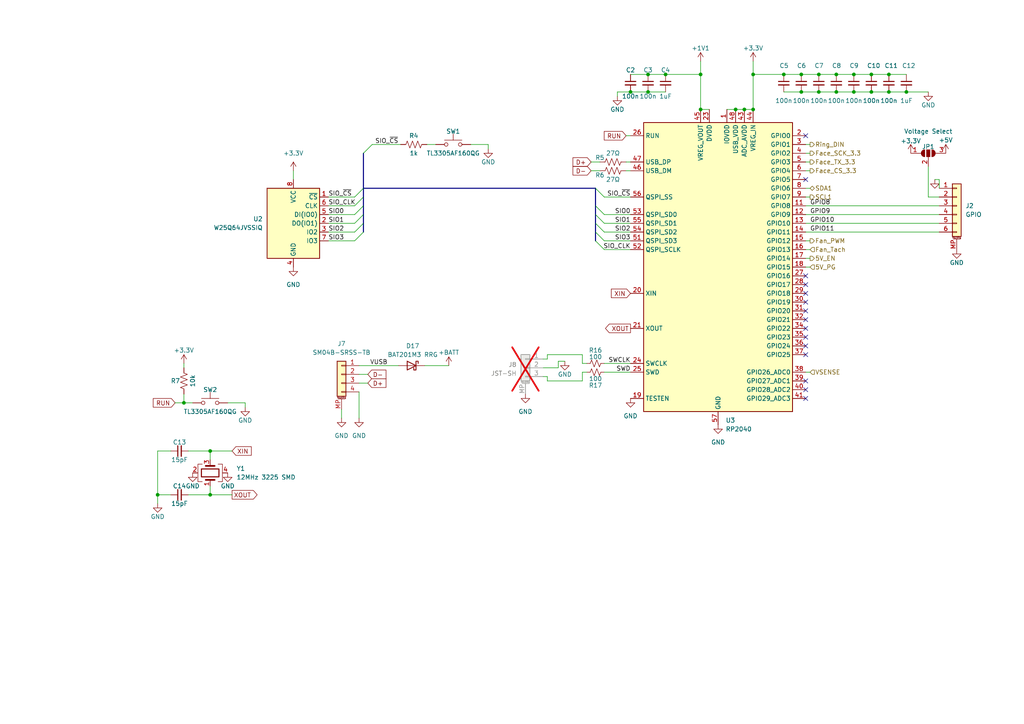
<source format=kicad_sch>
(kicad_sch (version 20230121) (generator eeschema)
  (paper "A4")
  (lib_symbols
    (symbol "Connector_Generic_MountingPin:Conn_01x03_MountingPin" (pin_names (offset 1.016) hide)
      (property "Reference" "J" (at 0 5.08 0))
      (property "Value" "Conn_01x03_MountingPin" (at 1.27 -5.08 0))
      (symbol "Conn_01x03_MountingPin_1_1"
        (rectangle (start -1.27 -2.413) (end 0 -2.667) (stroke (width 0.1524)))
        (rectangle (start -1.27 0.127) (end 0 -0.127) (stroke (width 0.1524)))
        (rectangle (start -1.27 2.667) (end 0 2.413) (stroke (width 0.1524)))
        (rectangle (start -1.27 3.81) (end 1.27 -3.81) (stroke (width 0.254)) (fill (type background)))
        (polyline (pts (xy -1.016 -4.572) (xy 1.016 -4.572)) (stroke (width 0.1524)))
        (text "Mounting" (at 0 -4.191 0) (effects (font (size 0.381 0.381))))
        (pin passive line (at -5.08 2.54 0) (length 3.81) (name "Pin_1") (number "1"))
        (pin passive line (at -5.08 0 0) (length 3.81) (name "Pin_2") (number "2"))
        (pin passive line (at -5.08 -2.54 0) (length 3.81) (name "Pin_3") (number "3"))
        (pin passive line (at 0 -7.62 90) (length 3.048) (name "MountPin") (number "MP"))
      )
    )
    (symbol "Connector_Generic_MountingPin:Conn_01x04_MountingPin" (pin_names (offset 1.016) hide)
      (property "Reference" "J" (at 0 5.08 0))
      (property "Value" "Conn_01x04_MountingPin" (at 1.27 -7.62 0))
      (symbol "Conn_01x04_MountingPin_1_1"
        (rectangle (start -1.27 -4.953) (end 0 -5.207) (stroke (width 0.1524)))
        (rectangle (start -1.27 -2.413) (end 0 -2.667) (stroke (width 0.1524)))
        (rectangle (start -1.27 0.127) (end 0 -0.127) (stroke (width 0.1524)))
        (rectangle (start -1.27 2.667) (end 0 2.413) (stroke (width 0.1524)))
        (rectangle (start -1.27 3.81) (end 1.27 -6.35) (stroke (width 0.254)) (fill (type background)))
        (polyline (pts (xy -1.016 -7.112) (xy 1.016 -7.112)) (stroke (width 0.1524)))
        (text "Mounting" (at 0 -6.731 0) (effects (font (size 0.381 0.381))))
        (pin passive line (at -5.08 2.54 0) (length 3.81) (name "Pin_1") (number "1"))
        (pin passive line (at -5.08 0 0) (length 3.81) (name "Pin_2") (number "2"))
        (pin passive line (at -5.08 -2.54 0) (length 3.81) (name "Pin_3") (number "3"))
        (pin passive line (at -5.08 -5.08 0) (length 3.81) (name "Pin_4") (number "4"))
        (pin passive line (at 0 -10.16 90) (length 3.048) (name "MountPin") (number "MP"))
      )
    )
    (symbol "Connector_Generic_MountingPin:Conn_01x06_MountingPin" (pin_names (offset 1.016) hide)
      (property "Reference" "J" (at 0 7.62 0))
      (property "Value" "Conn_01x06_MountingPin" (at 1.27 -10.16 0))
      (symbol "Conn_01x06_MountingPin_1_1"
        (rectangle (start -1.27 -7.493) (end 0 -7.747) (stroke (width 0.1524)))
        (rectangle (start -1.27 -4.953) (end 0 -5.207) (stroke (width 0.1524)))
        (rectangle (start -1.27 -2.413) (end 0 -2.667) (stroke (width 0.1524)))
        (rectangle (start -1.27 0.127) (end 0 -0.127) (stroke (width 0.1524)))
        (rectangle (start -1.27 2.667) (end 0 2.413) (stroke (width 0.1524)))
        (rectangle (start -1.27 5.207) (end 0 4.953) (stroke (width 0.1524)))
        (rectangle (start -1.27 6.35) (end 1.27 -8.89) (stroke (width 0.254)) (fill (type background)))
        (polyline (pts (xy -1.016 -9.652) (xy 1.016 -9.652)) (stroke (width 0.1524)))
        (text "Mounting" (at 0 -9.271 0) (effects (font (size 0.381 0.381))))
        (pin passive line (at -5.08 5.08 0) (length 3.81) (name "Pin_1") (number "1"))
        (pin passive line (at -5.08 2.54 0) (length 3.81) (name "Pin_2") (number "2"))
        (pin passive line (at -5.08 0 0) (length 3.81) (name "Pin_3") (number "3"))
        (pin passive line (at -5.08 -2.54 0) (length 3.81) (name "Pin_4") (number "4"))
        (pin passive line (at -5.08 -5.08 0) (length 3.81) (name "Pin_5") (number "5"))
        (pin passive line (at -5.08 -7.62 0) (length 3.81) (name "Pin_6") (number "6"))
        (pin passive line (at 0 -12.7 90) (length 3.048) (name "MountPin") (number "MP"))
      )
    )
    (symbol "Device:C_Small" (pin_numbers hide) (pin_names (offset 0.254) hide)
      (property "Reference" "C" (at 0.254 1.778 0))
      (property "Value" "C_Small" (at 0.254 -2.032 0))
      (symbol "C_Small_0_1"
        (polyline (pts (xy -1.524 -0.508) (xy 1.524 -0.508)) (stroke (width 0.3302)))
        (polyline (pts (xy -1.524 0.508) (xy 1.524 0.508)) (stroke (width 0.3048)))
      )
      (symbol "C_Small_1_1"
        (pin passive line (at 0 2.54 270) (length 2.032) (name "~") (number "1"))
        (pin passive line (at 0 -2.54 90) (length 2.032) (name "~") (number "2"))
      )
    )
    (symbol "Device:Crystal_GND24" (pin_names (offset 1.016) hide)
      (property "Reference" "Y" (at 3.175 5.08 0))
      (property "Value" "Crystal_GND24" (at 3.175 3.175 0))
      (symbol "Crystal_GND24_0_1"
        (rectangle (start -1.143 2.54) (end 1.143 -2.54) (stroke (width 0.3048)))
        (polyline (pts (xy -2.54 0) (xy -2.032 0)))
        (polyline (pts (xy -2.032 -1.27) (xy -2.032 1.27)) (stroke (width 0.508)))
        (polyline (pts (xy 0 -3.81) (xy 0 -3.556)))
        (polyline (pts (xy 0 3.556) (xy 0 3.81)))
        (polyline (pts (xy 2.032 -1.27) (xy 2.032 1.27)) (stroke (width 0.508)))
        (polyline (pts (xy 2.032 0) (xy 2.54 0)))
        (polyline (pts (xy -2.54 -2.286) (xy -2.54 -3.556) (xy 2.54 -3.556) (xy 2.54 -2.286)))
        (polyline (pts (xy -2.54 2.286) (xy -2.54 3.556) (xy 2.54 3.556) (xy 2.54 2.286)))
      )
      (symbol "Crystal_GND24_1_1"
        (pin passive line (at -3.81 0 0) (length 1.27) (name "1") (number "1"))
        (pin passive line (at 0 5.08 270) (length 1.27) (name "2") (number "2"))
        (pin passive line (at 3.81 0 180) (length 1.27) (name "3") (number "3"))
        (pin passive line (at 0 -5.08 90) (length 1.27) (name "4") (number "4"))
      )
    )
    (symbol "Device:D_Schottky" (pin_numbers hide) (pin_names (offset 1.016) hide)
      (property "Reference" "D" (at 0 2.54 0))
      (property "Value" "D_Schottky" (at 0 -2.54 0))
      (symbol "D_Schottky_0_1"
        (polyline (pts (xy 1.27 0) (xy -1.27 0)))
        (polyline (pts (xy 1.27 1.27) (xy 1.27 -1.27) (xy -1.27 0) (xy 1.27 1.27)) (stroke (width 0.254)))
        (polyline (pts (xy -1.905 0.635) (xy -1.905 1.27) (xy -1.27 1.27) (xy -1.27 -1.27) (xy -0.635 -1.27) (xy -0.635 -0.635)) (stroke (width 0.254)))
      )
      (symbol "D_Schottky_1_1"
        (pin passive line (at -3.81 0 0) (length 2.54) (name "K") (number "1"))
        (pin passive line (at 3.81 0 180) (length 2.54) (name "A") (number "2"))
      )
    )
    (symbol "Device:R_Small_US" (pin_numbers hide) (pin_names (offset 0.254) hide)
      (property "Reference" "R" (at 0.762 0.508 0))
      (property "Value" "R_Small_US" (at 0.762 -1.016 0))
      (symbol "R_Small_US_1_1"
        (polyline (pts (xy 0 0) (xy 1.016 -0.381) (xy 0 -0.762) (xy -1.016 -1.143) (xy 0 -1.524)))
        (polyline (pts (xy 0 1.524) (xy 1.016 1.143) (xy 0 0.762) (xy -1.016 0.381) (xy 0 0)))
        (pin passive line (at 0 2.54 270) (length 1.016) (name "~") (number "1"))
        (pin passive line (at 0 -2.54 90) (length 1.016) (name "~") (number "2"))
      )
    )
    (symbol "Device:R_US" (pin_numbers hide) (pin_names (offset 0))
      (property "Reference" "R" (at 2.54 0 90))
      (property "Value" "R_US" (at -2.54 0 90))
      (symbol "R_US_0_1"
        (polyline (pts (xy 0 -2.286) (xy 0 -2.54)))
        (polyline (pts (xy 0 2.286) (xy 0 2.54)))
        (polyline (pts (xy 0 -0.762) (xy 1.016 -1.143) (xy 0 -1.524) (xy -1.016 -1.905) (xy 0 -2.286)))
        (polyline (pts (xy 0 0.762) (xy 1.016 0.381) (xy 0 0) (xy -1.016 -0.381) (xy 0 -0.762)))
        (polyline (pts (xy 0 2.286) (xy 1.016 1.905) (xy 0 1.524) (xy -1.016 1.143) (xy 0 0.762)))
      )
      (symbol "R_US_1_1"
        (pin passive line (at 0 3.81 270) (length 1.27) (name "~") (number "1"))
        (pin passive line (at 0 -3.81 90) (length 1.27) (name "~") (number "2"))
      )
    )
    (symbol "Jumper:SolderJumper_3_Open" (pin_names (offset 0) hide)
      (property "Reference" "JP" (at -2.54 -2.54 0))
      (property "Value" "SolderJumper_3_Open" (at 0 2.794 0))
      (symbol "SolderJumper_3_Open_0_1"
        (arc (start -1.016 1.016) (mid -2.0276 0) (end -1.016 -1.016))
        (arc (start -1.016 1.016) (mid -2.0276 0) (end -1.016 -1.016) (fill (type outline)))
        (rectangle (start -0.508 1.016) (end 0.508 -1.016) (fill (type outline)))
        (polyline (pts (xy -2.54 0) (xy -2.032 0)))
        (polyline (pts (xy -1.016 1.016) (xy -1.016 -1.016)))
        (polyline (pts (xy 0 -1.27) (xy 0 -1.016)))
        (polyline (pts (xy 1.016 1.016) (xy 1.016 -1.016)))
        (polyline (pts (xy 2.54 0) (xy 2.032 0)))
        (arc (start 1.016 -1.016) (mid 2.0276 0) (end 1.016 1.016))
        (arc (start 1.016 -1.016) (mid 2.0276 0) (end 1.016 1.016) (fill (type outline)))
      )
      (symbol "SolderJumper_3_Open_1_1"
        (pin passive line (at -5.08 0 0) (length 2.54) (name "A") (number "1"))
        (pin passive line (at 0 -3.81 90) (length 2.54) (name "C") (number "2"))
        (pin passive line (at 5.08 0 180) (length 2.54) (name "B") (number "3"))
      )
    )
    (symbol "MCU_RaspberryPi:RP2040"
      (property "Reference" "U" (at 17.78 45.72 0))
      (property "Value" "RP2040" (at 17.78 43.18 0))
      (symbol "RP2040_0_1"
        (rectangle (start -21.59 41.91) (end 21.59 -41.91) (stroke (width 0.254)) (fill (type background)))
      )
      (symbol "RP2040_1_1"
        (pin power_in line (at 2.54 45.72 270) (length 3.81) (name "IOVDD") (number "1"))
        (pin passive line (at 2.54 45.72 270) (length 3.81) hide (name "IOVDD") (number "10"))
        (pin bidirectional line (at 25.4 17.78 180) (length 3.81) (name "GPIO8") (number "11"))
        (pin bidirectional line (at 25.4 15.24 180) (length 3.81) (name "GPIO9") (number "12"))
        (pin bidirectional line (at 25.4 12.7 180) (length 3.81) (name "GPIO10") (number "13"))
        (pin bidirectional line (at 25.4 10.16 180) (length 3.81) (name "GPIO11") (number "14"))
        (pin bidirectional line (at 25.4 7.62 180) (length 3.81) (name "GPIO12") (number "15"))
        (pin bidirectional line (at 25.4 5.08 180) (length 3.81) (name "GPIO13") (number "16"))
        (pin bidirectional line (at 25.4 2.54 180) (length 3.81) (name "GPIO14") (number "17"))
        (pin bidirectional line (at 25.4 0 180) (length 3.81) (name "GPIO15") (number "18"))
        (pin input line (at -25.4 -38.1 0) (length 3.81) (name "TESTEN") (number "19"))
        (pin bidirectional line (at 25.4 38.1 180) (length 3.81) (name "GPIO0") (number "2"))
        (pin input line (at -25.4 -7.62 0) (length 3.81) (name "XIN") (number "20"))
        (pin passive line (at -25.4 -17.78 0) (length 3.81) (name "XOUT") (number "21"))
        (pin passive line (at 2.54 45.72 270) (length 3.81) hide (name "IOVDD") (number "22"))
        (pin power_in line (at -2.54 45.72 270) (length 3.81) (name "DVDD") (number "23"))
        (pin input line (at -25.4 -27.94 0) (length 3.81) (name "SWCLK") (number "24"))
        (pin bidirectional line (at -25.4 -30.48 0) (length 3.81) (name "SWD") (number "25"))
        (pin input line (at -25.4 38.1 0) (length 3.81) (name "RUN") (number "26"))
        (pin bidirectional line (at 25.4 -2.54 180) (length 3.81) (name "GPIO16") (number "27"))
        (pin bidirectional line (at 25.4 -5.08 180) (length 3.81) (name "GPIO17") (number "28"))
        (pin bidirectional line (at 25.4 -7.62 180) (length 3.81) (name "GPIO18") (number "29"))
        (pin bidirectional line (at 25.4 35.56 180) (length 3.81) (name "GPIO1") (number "3"))
        (pin bidirectional line (at 25.4 -10.16 180) (length 3.81) (name "GPIO19") (number "30"))
        (pin bidirectional line (at 25.4 -12.7 180) (length 3.81) (name "GPIO20") (number "31"))
        (pin bidirectional line (at 25.4 -15.24 180) (length 3.81) (name "GPIO21") (number "32"))
        (pin passive line (at 2.54 45.72 270) (length 3.81) hide (name "IOVDD") (number "33"))
        (pin bidirectional line (at 25.4 -17.78 180) (length 3.81) (name "GPIO22") (number "34"))
        (pin bidirectional line (at 25.4 -20.32 180) (length 3.81) (name "GPIO23") (number "35"))
        (pin bidirectional line (at 25.4 -22.86 180) (length 3.81) (name "GPIO24") (number "36"))
        (pin bidirectional line (at 25.4 -25.4 180) (length 3.81) (name "GPIO25") (number "37"))
        (pin bidirectional line (at 25.4 -30.48 180) (length 3.81) (name "GPIO26_ADC0") (number "38"))
        (pin bidirectional line (at 25.4 -33.02 180) (length 3.81) (name "GPIO27_ADC1") (number "39"))
        (pin bidirectional line (at 25.4 33.02 180) (length 3.81) (name "GPIO2") (number "4"))
        (pin bidirectional line (at 25.4 -35.56 180) (length 3.81) (name "GPIO28_ADC2") (number "40"))
        (pin bidirectional line (at 25.4 -38.1 180) (length 3.81) (name "GPIO29_ADC3") (number "41"))
        (pin passive line (at 2.54 45.72 270) (length 3.81) hide (name "IOVDD") (number "42"))
        (pin power_in line (at 7.62 45.72 270) (length 3.81) (name "ADC_AVDD") (number "43"))
        (pin power_in line (at 10.16 45.72 270) (length 3.81) (name "VREG_IN") (number "44"))
        (pin power_out line (at -5.08 45.72 270) (length 3.81) (name "VREG_VOUT") (number "45"))
        (pin bidirectional line (at -25.4 27.94 0) (length 3.81) (name "USB_DM") (number "46"))
        (pin bidirectional line (at -25.4 30.48 0) (length 3.81) (name "USB_DP") (number "47"))
        (pin power_in line (at 5.08 45.72 270) (length 3.81) (name "USB_VDD") (number "48"))
        (pin passive line (at 2.54 45.72 270) (length 3.81) hide (name "IOVDD") (number "49"))
        (pin bidirectional line (at 25.4 30.48 180) (length 3.81) (name "GPIO3") (number "5"))
        (pin passive line (at -2.54 45.72 270) (length 3.81) hide (name "DVDD") (number "50"))
        (pin bidirectional line (at -25.4 7.62 0) (length 3.81) (name "QSPI_SD3") (number "51"))
        (pin output line (at -25.4 5.08 0) (length 3.81) (name "QSPI_SCLK") (number "52"))
        (pin bidirectional line (at -25.4 15.24 0) (length 3.81) (name "QSPI_SD0") (number "53"))
        (pin bidirectional line (at -25.4 10.16 0) (length 3.81) (name "QSPI_SD2") (number "54"))
        (pin bidirectional line (at -25.4 12.7 0) (length 3.81) (name "QSPI_SD1") (number "55"))
        (pin bidirectional line (at -25.4 20.32 0) (length 3.81) (name "QSPI_SS") (number "56"))
        (pin power_in line (at 0 -45.72 90) (length 3.81) (name "GND") (number "57"))
        (pin bidirectional line (at 25.4 27.94 180) (length 3.81) (name "GPIO4") (number "6"))
        (pin bidirectional line (at 25.4 25.4 180) (length 3.81) (name "GPIO5") (number "7"))
        (pin bidirectional line (at 25.4 22.86 180) (length 3.81) (name "GPIO6") (number "8"))
        (pin bidirectional line (at 25.4 20.32 180) (length 3.81) (name "GPIO7") (number "9"))
      )
    )
    (symbol "Memory_Flash:W25Q32JVSS"
      (property "Reference" "U" (at -6.35 11.43 0))
      (property "Value" "W25Q32JVSS" (at 7.62 11.43 0))
      (symbol "W25Q32JVSS_0_1"
        (rectangle (start -7.62 10.16) (end 7.62 -10.16) (stroke (width 0.254)) (fill (type background)))
      )
      (symbol "W25Q32JVSS_1_1"
        (pin input line (at -10.16 7.62 0) (length 2.54) (name "~{CS}") (number "1"))
        (pin bidirectional line (at -10.16 0 0) (length 2.54) (name "DO(IO1)") (number "2"))
        (pin bidirectional line (at -10.16 -2.54 0) (length 2.54) (name "IO2") (number "3"))
        (pin power_in line (at 0 -12.7 90) (length 2.54) (name "GND") (number "4"))
        (pin bidirectional line (at -10.16 2.54 0) (length 2.54) (name "DI(IO0)") (number "5"))
        (pin input line (at -10.16 5.08 0) (length 2.54) (name "CLK") (number "6"))
        (pin bidirectional line (at -10.16 -5.08 0) (length 2.54) (name "IO3") (number "7"))
        (pin power_in line (at 0 12.7 270) (length 2.54) (name "VCC") (number "8"))
      )
    )
    (symbol "Switch:SW_Push" (pin_numbers hide) (pin_names (offset 1.016) hide)
      (property "Reference" "SW" (at 1.27 2.54 0))
      (property "Value" "SW_Push" (at 0 -1.524 0))
      (symbol "SW_Push_0_1"
        (circle (center -2.032 0) (radius 0.508))
        (polyline (pts (xy 0 1.27) (xy 0 3.048)))
        (polyline (pts (xy 2.54 1.27) (xy -2.54 1.27)))
        (circle (center 2.032 0) (radius 0.508))
        (pin passive line (at -5.08 0 0) (length 2.54) (name "1") (number "1"))
        (pin passive line (at 5.08 0 180) (length 2.54) (name "2") (number "2"))
      )
    )
    (symbol "power:+1V1" (power) (pin_names (offset 0))
      (property "Value" "+1V1" (at 0 3.556 0))
      (symbol "+1V1_0_1"
        (polyline (pts (xy -0.762 1.27) (xy 0 2.54)))
        (polyline (pts (xy 0 0) (xy 0 2.54)))
        (polyline (pts (xy 0 2.54) (xy 0.762 1.27)))
      )
      (symbol "+1V1_1_1"
        (pin power_in line (at 0 0 90) (length 0) hide (name "+1V1") (number "1"))
      )
    )
    (symbol "power:+3.3V" (power) (pin_names (offset 0))
      (property "Value" "+3.3V" (at 0 3.556 0))
      (symbol "+3.3V_0_1"
        (polyline (pts (xy -0.762 1.27) (xy 0 2.54)))
        (polyline (pts (xy 0 0) (xy 0 2.54)))
        (polyline (pts (xy 0 2.54) (xy 0.762 1.27)))
      )
      (symbol "+3.3V_1_1"
        (pin power_in line (at 0 0 90) (length 0) hide (name "+3.3V") (number "1"))
      )
    )
    (symbol "power:+5V" (power) (pin_names (offset 0))
      (property "Value" "+5V" (at 0 3.556 0))
      (symbol "+5V_0_1"
        (polyline (pts (xy -0.762 1.27) (xy 0 2.54)))
        (polyline (pts (xy 0 0) (xy 0 2.54)))
        (polyline (pts (xy 0 2.54) (xy 0.762 1.27)))
      )
      (symbol "+5V_1_1"
        (pin power_in line (at 0 0 90) (length 0) hide (name "+5V") (number "1"))
      )
    )
    (symbol "power:+BATT" (power) (pin_names (offset 0))
      (property "Value" "+BATT" (at 0 3.556 0))
      (symbol "+BATT_0_1"
        (polyline (pts (xy -0.762 1.27) (xy 0 2.54)))
        (polyline (pts (xy 0 0) (xy 0 2.54)))
        (polyline (pts (xy 0 2.54) (xy 0.762 1.27)))
      )
      (symbol "+BATT_1_1"
        (pin power_in line (at 0 0 90) (length 0) hide (name "+BATT") (number "1"))
      )
    )
    (symbol "power:GND" (power) (pin_names (offset 0))
      (property "Value" "GND" (at 0 -3.81 0))
      (symbol "GND_0_1"
        (polyline (pts (xy 0 0) (xy 0 -1.27) (xy 1.27 -1.27) (xy 0 -2.54) (xy -1.27 -1.27) (xy 0 -1.27)))
      )
      (symbol "GND_1_1"
        (pin power_in line (at 0 0 270) (length 0) hide (name "GND") (number "1"))
      )
    )
  )
  (junction (at 232.41 26.67))
  (junction (at 187.96 21.59))
  (junction (at 237.49 21.59))
  (junction (at 182.88 26.67))
  (junction (at 252.73 26.67))
  (junction (at 203.2 31.75))
  (junction (at 247.65 26.67))
  (junction (at 60.96 130.81))
  (junction (at 45.72 143.51))
  (junction (at 247.65 21.59))
  (junction (at 218.44 31.75))
  (junction (at 227.33 21.59))
  (junction (at 242.57 21.59))
  (junction (at 252.73 21.59))
  (junction (at 232.41 21.59))
  (junction (at 60.96 143.51))
  (junction (at 257.81 26.67))
  (junction (at 203.2 21.59))
  (junction (at 213.36 31.75))
  (junction (at 237.49 26.67))
  (junction (at 53.34 116.84))
  (junction (at 218.44 21.59))
  (junction (at 257.81 21.59))
  (junction (at 187.96 26.67))
  (junction (at 193.04 21.59))
  (junction (at 262.89 26.67))
  (junction (at 215.9 31.75))
  (junction (at 242.57 26.67))
  (no_connect (at 233.68 113.03))
  (no_connect (at 233.68 110.49))
  (no_connect (at 233.68 90.17))
  (no_connect (at 233.68 102.87))
  (no_connect (at 233.68 100.33))
  (no_connect (at 233.68 87.63))
  (no_connect (at 233.68 39.37))
  (no_connect (at 233.68 85.09))
  (no_connect (at 233.68 82.55))
  (no_connect (at 233.68 80.01))
  (no_connect (at 233.68 92.71))
  (no_connect (at 233.68 115.57))
  (no_connect (at 233.68 97.79))
  (no_connect (at 233.68 95.25))
  (no_connect (at 233.68 52.07))
  (bus_entry (at 175.26 64.77) (size -2.54 -2.54))
  (bus_entry (at 102.87 64.77) (size 2.54 -2.54))
  (bus_entry (at 175.26 69.85) (size -2.54 -2.54))
  (bus_entry (at 102.87 67.31) (size 2.54 -2.54))
  (bus_entry (at 175.26 57.15) (size -2.54 -2.54))
  (bus_entry (at 175.26 62.23) (size -2.54 -2.54))
  (bus_entry (at 175.26 72.39) (size -2.54 -2.54))
  (bus_entry (at 107.95 41.91) (size -2.54 2.54))
  (bus_entry (at 175.26 67.31) (size -2.54 -2.54))
  (bus_entry (at 102.87 59.69) (size 2.54 -2.54))
  (bus_entry (at 102.87 69.85) (size 2.54 -2.54))
  (bus_entry (at 102.87 62.23) (size 2.54 -2.54))
  (bus_entry (at 102.87 57.15) (size 2.54 -2.54))
  (wire (pts (xy 218.44 21.59) (xy 227.33 21.59)))
  (wire (pts (xy 182.88 62.23) (xy 175.26 62.23)))
  (wire (pts (xy 95.25 62.23) (xy 102.87 62.23)))
  (wire (pts (xy 234.95 74.93) (xy 233.68 74.93)))
  (wire (pts (xy 161.925 106.68) (xy 161.925 104.775)))
  (wire (pts (xy 158.75 109.22) (xy 157.48 109.22)))
  (wire (pts (xy 158.75 102.87) (xy 168.91 102.87)))
  (wire (pts (xy 232.41 21.59) (xy 237.49 21.59)))
  (wire (pts (xy 95.25 59.69) (xy 102.87 59.69)))
  (wire (pts (xy 218.44 17.78) (xy 218.44 21.59)))
  (wire (pts (xy 237.49 21.59) (xy 242.57 21.59)))
  (bus (pts (xy 172.72 67.31) (xy 172.72 64.77)))
  (bus (pts (xy 105.41 54.61) (xy 172.72 54.61)))
  (wire (pts (xy 233.68 59.69) (xy 272.415 59.69)))
  (wire (pts (xy 242.57 21.59) (xy 247.65 21.59)))
  (wire (pts (xy 252.73 21.59) (xy 257.81 21.59)))
  (wire (pts (xy 182.88 69.85) (xy 175.26 69.85)))
  (bus (pts (xy 105.41 67.31) (xy 105.41 64.77)))
  (wire (pts (xy 85.09 49.53) (xy 85.09 52.07)))
  (wire (pts (xy 232.41 26.67) (xy 237.49 26.67)))
  (wire (pts (xy 215.9 31.75) (xy 218.44 31.75)))
  (wire (pts (xy 272.415 54.61) (xy 272.415 52.07)))
  (wire (pts (xy 234.95 69.85) (xy 233.68 69.85)))
  (wire (pts (xy 158.75 110.49) (xy 168.91 110.49)))
  (wire (pts (xy 234.95 46.99) (xy 233.68 46.99)))
  (wire (pts (xy 233.68 67.31) (xy 272.415 67.31)))
  (wire (pts (xy 95.25 57.15) (xy 102.87 57.15)))
  (wire (pts (xy 179.07 26.67) (xy 182.88 26.67)))
  (wire (pts (xy 179.07 26.67) (xy 179.07 27.94)))
  (wire (pts (xy 104.14 106.045) (xy 115.57 106.045)))
  (wire (pts (xy 60.96 130.81) (xy 67.31 130.81)))
  (wire (pts (xy 50.8 116.84) (xy 53.34 116.84)))
  (wire (pts (xy 54.61 143.51) (xy 60.96 143.51)))
  (wire (pts (xy 187.96 26.67) (xy 193.04 26.67)))
  (wire (pts (xy 45.72 143.51) (xy 45.72 146.05)))
  (wire (pts (xy 45.72 130.81) (xy 45.72 143.51)))
  (wire (pts (xy 234.95 72.39) (xy 233.68 72.39)))
  (wire (pts (xy 203.2 17.78) (xy 203.2 21.59)))
  (wire (pts (xy 269.24 57.15) (xy 272.415 57.15)))
  (bus (pts (xy 172.72 62.23) (xy 172.72 59.69)))
  (wire (pts (xy 233.68 64.77) (xy 272.415 64.77)))
  (wire (pts (xy 158.75 104.14) (xy 157.48 104.14)))
  (wire (pts (xy 210.82 31.75) (xy 213.36 31.75)))
  (wire (pts (xy 95.25 69.85) (xy 102.87 69.85)))
  (wire (pts (xy 161.925 104.775) (xy 163.83 104.775)))
  (bus (pts (xy 105.41 64.77) (xy 105.41 62.23)))
  (wire (pts (xy 269.24 48.26) (xy 269.24 57.15)))
  (wire (pts (xy 107.95 41.91) (xy 116.205 41.91)))
  (wire (pts (xy 233.68 57.15) (xy 234.95 57.15)))
  (wire (pts (xy 175.26 107.95) (xy 182.88 107.95)))
  (wire (pts (xy 71.12 116.84) (xy 66.04 116.84)))
  (wire (pts (xy 213.36 31.75) (xy 215.9 31.75)))
  (wire (pts (xy 181.61 49.53) (xy 182.88 49.53)))
  (wire (pts (xy 158.75 102.87) (xy 158.75 104.14)))
  (bus (pts (xy 172.72 64.77) (xy 172.72 62.23)))
  (wire (pts (xy 158.75 110.49) (xy 158.75 109.22)))
  (wire (pts (xy 218.44 21.59) (xy 218.44 31.75)))
  (wire (pts (xy 187.96 21.59) (xy 193.04 21.59)))
  (wire (pts (xy 49.53 130.81) (xy 45.72 130.81)))
  (bus (pts (xy 105.41 59.69) (xy 105.41 57.15)))
  (wire (pts (xy 53.34 116.84) (xy 53.34 114.3)))
  (wire (pts (xy 171.45 46.99) (xy 173.99 46.99)))
  (bus (pts (xy 105.41 57.15) (xy 105.41 54.61)))
  (wire (pts (xy 237.49 26.67) (xy 242.57 26.67)))
  (wire (pts (xy 175.26 105.41) (xy 182.88 105.41)))
  (wire (pts (xy 95.25 64.77) (xy 102.87 64.77)))
  (wire (pts (xy 247.65 26.67) (xy 252.73 26.67)))
  (wire (pts (xy 141.605 41.91) (xy 141.605 43.18)))
  (wire (pts (xy 168.91 110.49) (xy 168.91 107.95)))
  (wire (pts (xy 171.45 49.53) (xy 173.99 49.53)))
  (wire (pts (xy 262.89 26.67) (xy 269.24 26.67)))
  (wire (pts (xy 234.95 44.45) (xy 233.68 44.45)))
  (wire (pts (xy 182.88 67.31) (xy 175.26 67.31)))
  (wire (pts (xy 257.81 21.59) (xy 262.89 21.59)))
  (wire (pts (xy 252.73 26.67) (xy 257.81 26.67)))
  (wire (pts (xy 234.95 107.95) (xy 233.68 107.95)))
  (wire (pts (xy 182.88 26.67) (xy 187.96 26.67)))
  (bus (pts (xy 172.72 59.69) (xy 172.72 54.61)))
  (wire (pts (xy 182.88 57.15) (xy 175.26 57.15)))
  (wire (pts (xy 60.96 143.51) (xy 67.31 143.51)))
  (wire (pts (xy 168.91 105.41) (xy 170.18 105.41)))
  (wire (pts (xy 182.88 64.77) (xy 175.26 64.77)))
  (wire (pts (xy 60.96 143.51) (xy 60.96 140.97)))
  (wire (pts (xy 168.91 102.87) (xy 168.91 105.41)))
  (wire (pts (xy 247.65 21.59) (xy 252.73 21.59)))
  (wire (pts (xy 95.25 67.31) (xy 102.87 67.31)))
  (wire (pts (xy 234.95 49.53) (xy 233.68 49.53)))
  (wire (pts (xy 182.88 21.59) (xy 187.96 21.59)))
  (wire (pts (xy 104.14 113.665) (xy 104.14 121.285)))
  (wire (pts (xy 203.2 21.59) (xy 203.2 31.75)))
  (wire (pts (xy 233.68 62.23) (xy 272.415 62.23)))
  (wire (pts (xy 49.53 143.51) (xy 45.72 143.51)))
  (wire (pts (xy 53.34 116.84) (xy 55.88 116.84)))
  (wire (pts (xy 234.95 77.47) (xy 233.68 77.47)))
  (wire (pts (xy 53.34 105.41) (xy 53.34 106.68)))
  (wire (pts (xy 181.61 39.37) (xy 182.88 39.37)))
  (wire (pts (xy 123.825 41.91) (xy 126.365 41.91)))
  (wire (pts (xy 182.88 72.39) (xy 175.26 72.39)))
  (wire (pts (xy 227.33 26.67) (xy 232.41 26.67)))
  (wire (pts (xy 168.91 107.95) (xy 170.18 107.95)))
  (wire (pts (xy 233.68 54.61) (xy 234.95 54.61)))
  (bus (pts (xy 172.72 69.85) (xy 172.72 67.31)))
  (wire (pts (xy 71.12 116.84) (xy 71.12 118.11)))
  (wire (pts (xy 272.415 52.07) (xy 271.145 52.07)))
  (wire (pts (xy 242.57 26.67) (xy 247.65 26.67)))
  (wire (pts (xy 227.33 21.59) (xy 232.41 21.59)))
  (bus (pts (xy 105.41 44.45) (xy 105.41 54.61)))
  (wire (pts (xy 157.48 106.68) (xy 161.925 106.68)))
  (wire (pts (xy 193.04 21.59) (xy 203.2 21.59)))
  (wire (pts (xy 104.14 108.585) (xy 106.68 108.585)))
  (wire (pts (xy 54.61 130.81) (xy 60.96 130.81)))
  (wire (pts (xy 104.14 111.125) (xy 106.68 111.125)))
  (wire (pts (xy 181.61 46.99) (xy 182.88 46.99)))
  (wire (pts (xy 60.96 130.81) (xy 60.96 133.35)))
  (wire (pts (xy 233.68 41.91) (xy 234.95 41.91)))
  (bus (pts (xy 105.41 62.23) (xy 105.41 59.69)))
  (wire (pts (xy 141.605 41.91) (xy 136.525 41.91)))
  (wire (pts (xy 99.06 118.745) (xy 99.06 121.285)))
  (wire (pts (xy 123.19 106.045) (xy 130.175 106.045)))
  (wire (pts (xy 203.2 31.75) (xy 205.74 31.75)))
  (wire (pts (xy 257.81 26.67) (xy 262.89 26.67)))
  (label "VUSB" (at 107.315 106.045 0))
  (label "SIO_CLK" (at 182.88 72.39 180))
  (label "SIO0" (at 95.25 62.23 0))
  (label "GPIO8" (at 234.95 59.69 0))
  (label "SIO3" (at 95.25 69.85 0))
  (label "SIO2" (at 182.88 67.31 180))
  (label "GPIO11" (at 234.95 67.31 0))
  (label "SIO1" (at 95.25 64.77 0))
  (label "SIO_~{CS}" (at 182.88 57.15 180))
  (label "GPIO10" (at 234.95 64.77 0))
  (label "SIO_~{CS}" (at 115.57 41.91 180))
  (label "SIO2" (at 95.25 67.31 0))
  (label "SIO_CLK" (at 95.25 59.69 0))
  (label "SWCLK" (at 182.88 105.41 180))
  (label "SWD" (at 182.88 107.95 180))
  (label "SIO_~{CS}" (at 95.25 57.15 0))
  (label "SIO0" (at 182.88 62.23 180))
  (label "SIO1" (at 182.88 64.77 180))
  (label "GPIO9" (at 234.95 62.23 0))
  (label "SIO3" (at 182.88 69.85 180))
  (global_label "XOUT" (shape output) (at 182.88 95.25 180) (property "Intersheetrefs" "${INTERSHEET_REFS}" (effects hide)))
  (global_label "XIN" (shape input) (at 67.31 130.81 0) (property "Intersheetrefs" "${INTERSHEET_REFS}" (effects hide)))
  (global_label "RUN" (shape input) (at 181.61 39.37 180) (property "Intersheetrefs" "${INTERSHEET_REFS}" (effects hide)))
  (global_label "XIN" (shape input) (at 182.88 85.09 180) (property "Intersheetrefs" "${INTERSHEET_REFS}" (effects hide)))
  (global_label "D+" (shape input) (at 171.45 46.99 180) (property "Intersheetrefs" "${INTERSHEET_REFS}" (effects hide)))
  (global_label "D+" (shape input) (at 106.68 111.125 0) (property "Intersheetrefs" "${INTERSHEET_REFS}" (effects hide)))
  (global_label "D-" (shape input) (at 106.68 108.585 0) (property "Intersheetrefs" "${INTERSHEET_REFS}" (effects hide)))
  (global_label "XOUT" (shape output) (at 67.31 143.51 0) (property "Intersheetrefs" "${INTERSHEET_REFS}" (effects hide)))
  (global_label "D-" (shape input) (at 171.45 49.53 180) (property "Intersheetrefs" "${INTERSHEET_REFS}" (effects hide)))
  (global_label "RUN" (shape input) (at 50.8 116.84 180) (property "Intersheetrefs" "${INTERSHEET_REFS}" (effects hide)))
  (hierarchical_label "Fan_PWM" (shape output) (at 234.95 69.85 0))
  (hierarchical_label "SDA1" (shape bidirectional) (at 234.95 54.61 0))
  (hierarchical_label "5V_PG" (shape input) (at 234.95 77.47 0))
  (hierarchical_label "SCL1" (shape output) (at 234.95 57.15 0))
  (hierarchical_label "5V_EN" (shape output) (at 234.95 74.93 0))
  (hierarchical_label "Ring_DIN" (shape output) (at 234.95 41.91 0))
  (hierarchical_label "Fan_Tach" (shape input) (at 234.95 72.39 0))
  (hierarchical_label "Face_TX_3.3" (shape output) (at 234.95 46.99 0))
  (hierarchical_label "Face_SCK_3.3" (shape output) (at 234.95 44.45 0))
  (hierarchical_label "Face_CS_3.3" (shape output) (at 234.95 49.53 0))
  (hierarchical_label "VSENSE" (shape input) (at 234.95 107.95 0))
  (symbol (lib_id "power:GND") (at 182.88 115.57 0) (unit 1)
    (property "Reference" "#PWR041" (effects hide))
    (property "Value" "GND" (at 182.88 120.65 0))
  )
  (symbol (lib_id "power:GND") (at 163.83 104.775 0) (unit 1)
    (property "Reference" "#PWR02" (effects hide))
    (property "Value" "GND" (at 163.83 108.585 0))
  )
  (symbol (lib_id "Device:C_Small") (at 227.33 24.13 0) (unit 1)
    (property "Reference" "C5" (at 226.06 19.05 0) (effects (justify left)))
    (property "Value" "100n" (at 227.33 29.21 0))
    (property "Footprint" "Capacitor_SMD:C_0402_1005Metric" (effects hide))
  )
  (symbol (lib_id "power:GND") (at 269.24 26.67 0) (unit 1)
    (property "Reference" "#PWR034" (effects hide))
    (property "Value" "GND" (at 269.24 30.48 0))
  )
  (symbol (lib_id "Device:C_Small") (at 232.41 24.13 0) (unit 1)
    (property "Reference" "C6" (at 231.14 19.05 0) (effects (justify left)))
    (property "Value" "100n" (at 232.41 29.21 0))
    (property "Footprint" "Capacitor_SMD:C_0402_1005Metric" (effects hide))
  )
  (symbol (lib_id "Device:C_Small") (at 52.07 130.81 90) (unit 1)
    (property "Reference" "C13" (at 52.07 128.27 90))
    (property "Value" "15pF" (at 52.07 133.35 90))
    (property "Footprint" "Capacitor_SMD:C_0402_1005Metric" (effects hide))
  )
  (symbol (lib_id "Device:R_US") (at 177.8 46.99 90) (unit 1)
    (property "Reference" "R5" (at 173.99 45.72 90))
    (property "Value" "27Ω" (at 177.8 44.45 90))
    (property "Footprint" "Resistor_SMD:R_0402_1005Metric" (effects hide))
  )
  (symbol (lib_id "Device:C_Small") (at 252.73 24.13 0) (unit 1)
    (property "Reference" "C10" (at 251.46 19.05 0) (effects (justify left)))
    (property "Value" "100n" (at 252.73 29.21 0))
    (property "Footprint" "Capacitor_SMD:C_0402_1005Metric" (effects hide))
  )
  (symbol (lib_id "power:+1V1") (at 203.2 17.78 0) (unit 1)
    (property "Reference" "#PWR032" (effects hide))
    (property "Value" "+1V1" (at 203.2 13.97 0))
  )
  (symbol (lib_id "power:+3.3V") (at 85.09 49.53 0) (unit 1)
    (property "Reference" "#PWR038" (effects hide))
    (property "Value" "+3.3V" (at 85.09 44.45 0))
  )
  (symbol (lib_id "power:GND") (at 66.04 137.16 0) (unit 1)
    (property "Reference" "#PWR048" (effects hide))
    (property "Value" "GND" (at 66.04 140.97 0))
  )
  (symbol (lib_id "Memory_Flash:W25Q32JVSS") (at 85.09 64.77 0) (mirror y) (unit 1)
    (property "Reference" "U2" (at 76.2 63.5 0) (effects (justify left)))
    (property "Value" "W25Q64JVSSIQ" (at 76.2 66.04 0) (effects (justify left)))
    (property "Footprint" "Package_SO:SOIC-8_5.23x5.23mm_P1.27mm" (effects hide))
    (property "Datasheet" "http://www.winbond.com/resource-files/w25q32jv%20revg%2003272018%20plus.pdf" (effects hide))
  )
  (symbol (lib_id "power:GND") (at 99.06 121.285 0) (unit 1)
    (property "Reference" "#PWR045" (effects hide))
    (property "Value" "GND" (at 99.06 126.365 0))
  )
  (symbol (lib_id "Device:Crystal_GND24") (at 60.96 137.16 90) (unit 1)
    (property "Reference" "Y1" (at 68.58 135.89 90) (effects (justify right)))
    (property "Value" "12MHz 3225 SMD" (at 68.58 138.43 90) (effects (justify right)))
    (property "Footprint" "Crystal:Crystal_SMD_3225-4Pin_3.2x2.5mm" (effects hide))
    (property "Datasheet" "https://www.raltron.com/webproducts/specs/CRYSTAL/RH100-12.000-12-1010-X-TR-NS2.pdf" (effects hide))
  )
  (symbol (lib_id "power:+3.3V") (at 218.44 17.78 0) (unit 1)
    (property "Reference" "#PWR033" (effects hide))
    (property "Value" "+3.3V" (at 218.44 13.97 0))
  )
  (symbol (lib_id "Device:D_Schottky") (at 119.38 106.045 0) (mirror y) (unit 1)
    (property "Reference" "D17" (at 119.6975 100.33 0))
    (property "Value" "BAT201M3 RRG" (at 119.6975 102.87 0))
    (property "Footprint" "Diode_SMD:D_SOD-323_HandSoldering" (effects hide))
  )
  (symbol (lib_id "MCU_RaspberryPi:RP2040") (at 208.28 77.47 0) (unit 1)
    (property "Reference" "U3" (at 210.4741 121.92 0) (effects (justify left)))
    (property "Value" "RP2040" (at 210.4741 124.46 0) (effects (justify left)))
    (property "Footprint" "Package_DFN_QFN:QFN-56-1EP_7x7mm_P0.4mm_EP3.2x3.2mm" (effects hide))
    (property "Datasheet" "https://datasheets.raspberrypi.com/rp2040/rp2040-datasheet.pdf" (effects hide))
  )
  (symbol (lib_id "Device:C_Small") (at 242.57 24.13 0) (unit 1)
    (property "Reference" "C8" (at 241.3 19.05 0) (effects (justify left)))
    (property "Value" "100n" (at 242.57 29.21 0))
    (property "Footprint" "Capacitor_SMD:C_0402_1005Metric" (effects hide))
  )
  (symbol (lib_id "power:GND") (at 71.12 118.11 0) (unit 1)
    (property "Reference" "#PWR043" (effects hide))
    (property "Value" "GND" (at 71.12 121.92 0))
  )
  (symbol (lib_id "power:+3.3V") (at 53.34 105.41 0) (unit 1)
    (property "Reference" "#PWR040" (effects hide))
    (property "Value" "+3.3V" (at 53.34 101.6 0))
  )
  (symbol (lib_id "power:GND") (at 208.28 123.19 0) (unit 1)
    (property "Reference" "#PWR044" (effects hide))
    (property "Value" "GND" (at 208.28 128.27 0))
  )
  (symbol (lib_id "power:GND") (at 55.88 137.16 0) (unit 1)
    (property "Reference" "#PWR047" (effects hide))
    (property "Value" "GND" (at 55.88 140.97 0))
  )
  (symbol (lib_id "Device:C_Small") (at 187.96 24.13 0) (unit 1)
    (property "Reference" "C3" (at 187.96 20.32 0))
    (property "Value" "100n" (at 187.96 27.94 0))
    (property "Footprint" "Capacitor_SMD:C_0402_1005Metric" (effects hide))
  )
  (symbol (lib_id "power:GND") (at 85.09 77.47 0) (unit 1)
    (property "Reference" "#PWR039" (effects hide))
    (property "Value" "GND" (at 85.09 82.55 0))
  )
  (symbol (lib_id "Device:C_Small") (at 247.65 24.13 0) (unit 1)
    (property "Reference" "C9" (at 246.38 19.05 0) (effects (justify left)))
    (property "Value" "100n" (at 247.65 29.21 0))
    (property "Footprint" "Capacitor_SMD:C_0402_1005Metric" (effects hide))
  )
  (symbol (lib_id "Device:R_Small_US") (at 172.72 105.41 90) (unit 1)
    (property "Reference" "R16" (at 172.72 101.6 90))
    (property "Value" "100" (at 172.72 103.505 90))
    (property "Footprint" "Resistor_SMD:R_0402_1005Metric" (effects hide))
  )
  (symbol (lib_id "power:+3.3V") (at 264.16 44.45 0) (mirror y) (unit 1)
    (property "Reference" "#PWR03" (effects hide))
    (property "Value" "+3.3V" (at 264.16 40.894 0))
    (instances (project "protopico" (path "" (reference "#PWR03") (unit 1)) (path "" (reference "#PWR042") (unit 1))))
  )
  (symbol (lib_id "Device:R_Small_US") (at 172.72 107.95 90) (unit 1)
    (property "Reference" "R17" (at 172.72 111.76 90))
    (property "Value" "100" (at 172.72 109.855 90))
    (property "Footprint" "Resistor_SMD:R_0402_1005Metric" (effects hide))
  )
  (symbol (lib_id "power:GND") (at 152.4 114.3 0) (unit 1)
    (property "Reference" "#PWR05" (effects hide))
    (property "Value" "GND" (at 152.4 119.38 0))
  )
  (symbol (lib_id "power:+5V") (at 274.32 44.45 0) (unit 1)
    (property "Reference" "#PWR022" (effects hide))
    (property "Value" "+5V" (at 274.32 40.64 0))
    (instances (project "protopico" (path "" (reference "#PWR022") (unit 1)) (path "" (reference "#PWR051") (unit 1))))
  )
  (symbol (lib_id "Device:R_US") (at 53.34 110.49 180) (unit 1)
    (property "Reference" "R7" (at 49.53 110.49 0) (effects (justify right)))
    (property "Value" "10k" (at 55.88 110.49 90))
    (property "Footprint" "Resistor_SMD:R_0402_1005Metric" (effects hide))
  )
  (symbol (lib_id "Device:C_Small") (at 262.89 24.13 0) (unit 1)
    (property "Reference" "C12" (at 261.62 19.05 0) (effects (justify left)))
    (property "Value" "1uF" (at 262.89 29.21 0))
    (property "Footprint" "Capacitor_SMD:C_0402_1005Metric" (effects hide))
  )
  (symbol (lib_id "power:GND") (at 179.07 27.94 0) (unit 1)
    (property "Reference" "#PWR035" (effects hide))
    (property "Value" "GND" (at 179.07 31.75 0))
  )
  (symbol (lib_id "Device:C_Small") (at 52.07 143.51 90) (unit 1)
    (property "Reference" "C14" (at 52.07 140.97 90))
    (property "Value" "15pF" (at 52.07 146.05 90))
    (property "Footprint" "Capacitor_SMD:C_0402_1005Metric" (effects hide))
  )
  (symbol (lib_id "Device:C_Small") (at 182.88 24.13 0) (unit 1)
    (property "Reference" "C2" (at 182.88 20.32 0))
    (property "Value" "100n" (at 182.88 27.94 0))
    (property "Footprint" "Capacitor_SMD:C_0402_1005Metric" (effects hide))
  )
  (symbol (lib_id "power:GND") (at 104.14 121.285 0) (unit 1)
    (property "Reference" "#PWR046" (effects hide))
    (property "Value" "GND" (at 104.14 126.365 0))
  )
  (symbol (lib_id "power:GND") (at 141.605 43.18 0) (unit 1)
    (property "Reference" "#PWR037" (effects hide))
    (property "Value" "GND" (at 141.605 46.99 0))
  )
  (symbol (lib_id "Switch:SW_Push") (at 131.445 41.91 0) (unit 1)
    (property "Reference" "SW1" (at 131.445 38.1 0))
    (property "Value" "TL3305AF160QG" (at 131.445 44.45 0))
    (property "Footprint" "Button_Switch_SMD:SW_SPST_TL3305A" (effects hide))
  )
  (symbol (lib_id "power:GND") (at 45.72 146.05 0) (unit 1)
    (property "Reference" "#PWR049" (effects hide))
    (property "Value" "GND" (at 45.72 149.86 0))
  )
  (symbol (lib_id "Device:R_US") (at 120.015 41.91 90) (unit 1)
    (property "Reference" "R4" (at 120.015 39.37 90))
    (property "Value" "1k" (at 120.015 44.45 90))
    (property "Footprint" "Resistor_SMD:R_0805_2012Metric" (effects hide))
  )
  (symbol (lib_id "Device:R_US") (at 177.8 49.53 90) (unit 1)
    (property "Reference" "R6" (at 173.99 50.8 90))
    (property "Value" "27Ω" (at 177.8 52.07 90))
    (property "Footprint" "Resistor_SMD:R_0402_1005Metric" (effects hide))
  )
  (symbol (lib_id "Device:C_Small") (at 193.04 24.13 0) (unit 1)
    (property "Reference" "C4" (at 193.04 20.32 0))
    (property "Value" "1uF" (at 193.04 27.94 0))
    (property "Footprint" "Capacitor_SMD:C_0402_1005Metric" (effects hide))
  )
  (symbol (lib_id "Connector_Generic_MountingPin:Conn_01x06_MountingPin") (at 277.495 59.69 0) (unit 1)
    (property "Reference" "J2" (at 280.035 59.69 0) (effects (justify left)))
    (property "Value" "GPIO" (at 280.035 62.23 0) (effects (justify left)))
    (property "Footprint" "Connector_JST:JST_GH_SM06B-GHS-TB_1x06-1MP_P1.25mm_Horizontal" (effects hide))
    (instances (project "protopico" (path "" (reference "J2") (unit 1)) (path "" (reference "J9") (unit 1))))
  )
  (symbol (lib_id "Switch:SW_Push") (at 60.96 116.84 0) (unit 1)
    (property "Reference" "SW2" (at 60.96 113.03 0))
    (property "Value" "TL3305AF160QG" (at 60.96 119.38 0))
    (property "Footprint" "Button_Switch_SMD:SW_SPST_TL3305A" (effects hide))
  )
  (symbol (lib_id "power:+BATT") (at 130.175 106.045 0) (unit 1)
    (property "Reference" "#PWR021" (effects hide))
    (property "Value" "+BATT" (at 130.175 102.235 0))
    (instances (project "protopico" (path "" (reference "#PWR021") (unit 1)) (path "" (reference "#PWR06") (unit 1))))
  )
  (symbol (lib_id "Device:C_Small") (at 237.49 24.13 0) (unit 1)
    (property "Reference" "C7" (at 236.22 19.05 0) (effects (justify left)))
    (property "Value" "100n" (at 237.49 29.21 0))
    (property "Footprint" "Capacitor_SMD:C_0402_1005Metric" (effects hide))
  )
  (symbol (lib_id "Jumper:SolderJumper_3_Open") (at 269.24 44.45 0) (unit 1) (in_bom no)
    (property "Reference" "JP1" (at 269.24 42.545 0))
    (property "Value" "Voltage Select" (at 269.24 38.1 0))
    (property "Footprint" "Jumper:SolderJumper-3_P1.3mm_Open_RoundedPad1.0x1.5mm" (effects hide))
  )
  (symbol (lib_id "Connector_Generic_MountingPin:Conn_01x04_MountingPin") (at 99.06 108.585 0) (mirror y) (unit 1)
    (property "Reference" "J7" (at 99.06 99.695 0))
    (property "Value" "SM04B-SRSS-TB" (at 99.06 102.235 0))
    (property "Footprint" "Connector_JST:JST_PH_S4B-PH-SM4-TB_1x04-1MP_P2.00mm_Horizontal" (effects hide))
  )
  (symbol (lib_id "Connector_Generic_MountingPin:Conn_01x03_MountingPin") (at 152.4 106.68 0) (mirror y) (unit 1) (in_bom no) (dnp yes)
    (property "Reference" "J8" (at 149.86 105.7656 0) (effects (justify left)))
    (property "Value" "JST-SH" (at 149.86 108.3056 0) (effects (justify left)))
    (property "Footprint" "Connector_JST:JST_SH_SM03B-SRSS-TB_1x03-1MP_P1.00mm_Horizontal" (effects hide))
  )
  (symbol (lib_id "power:GND") (at 277.495 72.39 0) (mirror y) (unit 1)
    (property "Reference" "#PWR09" (effects hide))
    (property "Value" "GND" (at 277.495 76.2 0))
    (instances (project "protopico" (path "" (reference "#PWR09") (unit 1)) (path "" (reference "#PWR050") (unit 1))))
  )
  (symbol (lib_id "Device:C_Small") (at 257.81 24.13 0) (unit 1)
    (property "Reference" "C11" (at 256.54 19.05 0) (effects (justify left)))
    (property "Value" "100n" (at 257.81 29.21 0))
    (property "Footprint" "Capacitor_SMD:C_0402_1005Metric" (effects hide))
  )
  (symbol (lib_id "power:GND") (at 271.145 52.07 0) (mirror y) (unit 1)
    (property "Reference" "#PWR04" (effects hide))
    (property "Value" "GND" (effects hide))
    (instances (project "protopico" (path "" (reference "#PWR04") (unit 1)) (path "" (reference "#PWR036") (unit 1))))
  )
)
</source>
